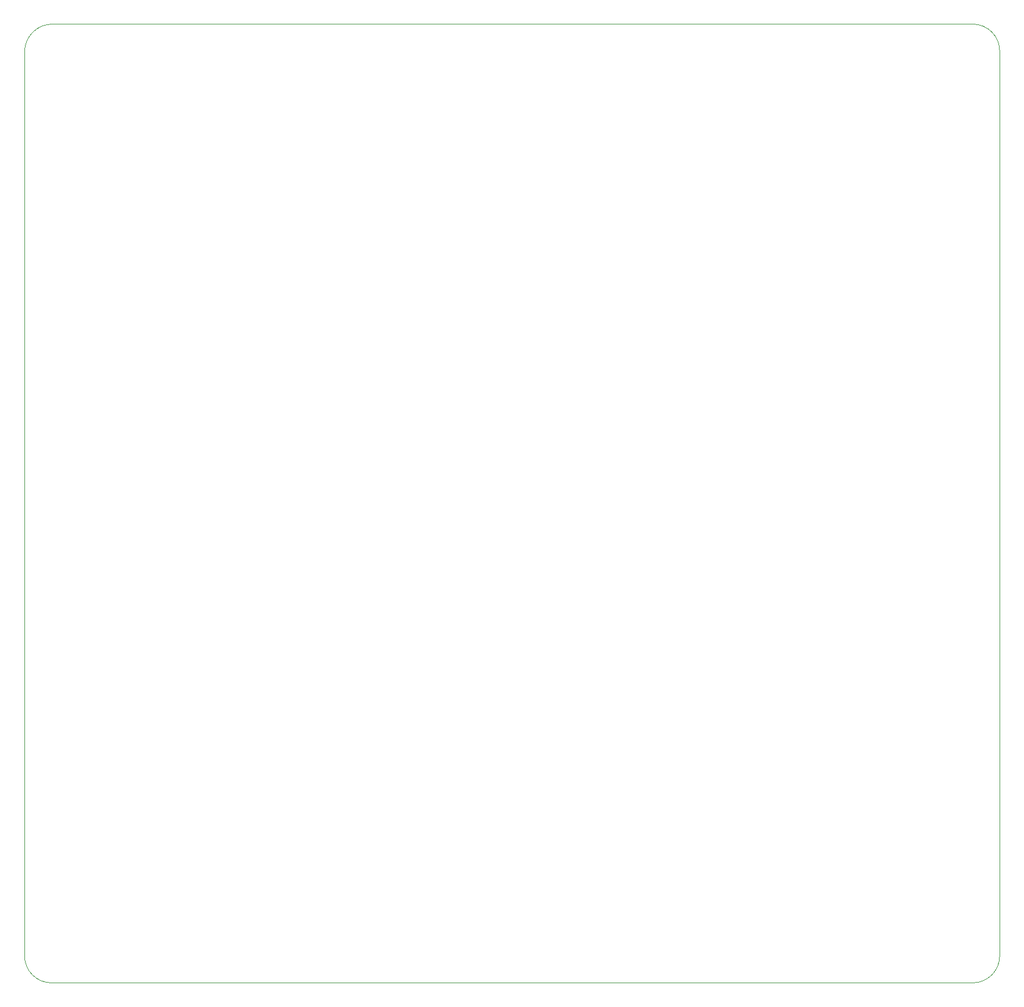
<source format=gbr>
G04 #@! TF.GenerationSoftware,KiCad,Pcbnew,(5.1.4)-1*
G04 #@! TF.CreationDate,2019-12-12T22:39:38-06:00*
G04 #@! TF.ProjectId,PowerBoard_Hardware,506f7765-7242-46f6-9172-645f48617264,rev?*
G04 #@! TF.SameCoordinates,Original*
G04 #@! TF.FileFunction,Profile,NP*
%FSLAX46Y46*%
G04 Gerber Fmt 4.6, Leading zero omitted, Abs format (unit mm)*
G04 Created by KiCad (PCBNEW (5.1.4)-1) date 2019-12-12 22:39:38*
%MOMM*%
%LPD*%
G04 APERTURE LIST*
%ADD10C,0.050000*%
G04 APERTURE END LIST*
D10*
X96520000Y-34544000D02*
X96520000Y-166116000D01*
X234569000Y-30480000D02*
X100584000Y-30480000D01*
X238506000Y-166243000D02*
X238506000Y-34417000D01*
X100584000Y-170179998D02*
X234569000Y-170180000D01*
X96520000Y-34544000D02*
G75*
G02X100584000Y-30480000I4064000J0D01*
G01*
X100584000Y-170179998D02*
G75*
G02X96520000Y-166116000I-127001J3936999D01*
G01*
X238506000Y-166243000D02*
G75*
G02X234569000Y-170180000I-3937000J0D01*
G01*
X234569000Y-30480000D02*
G75*
G02X238506000Y-34417000I0J-3937000D01*
G01*
M02*

</source>
